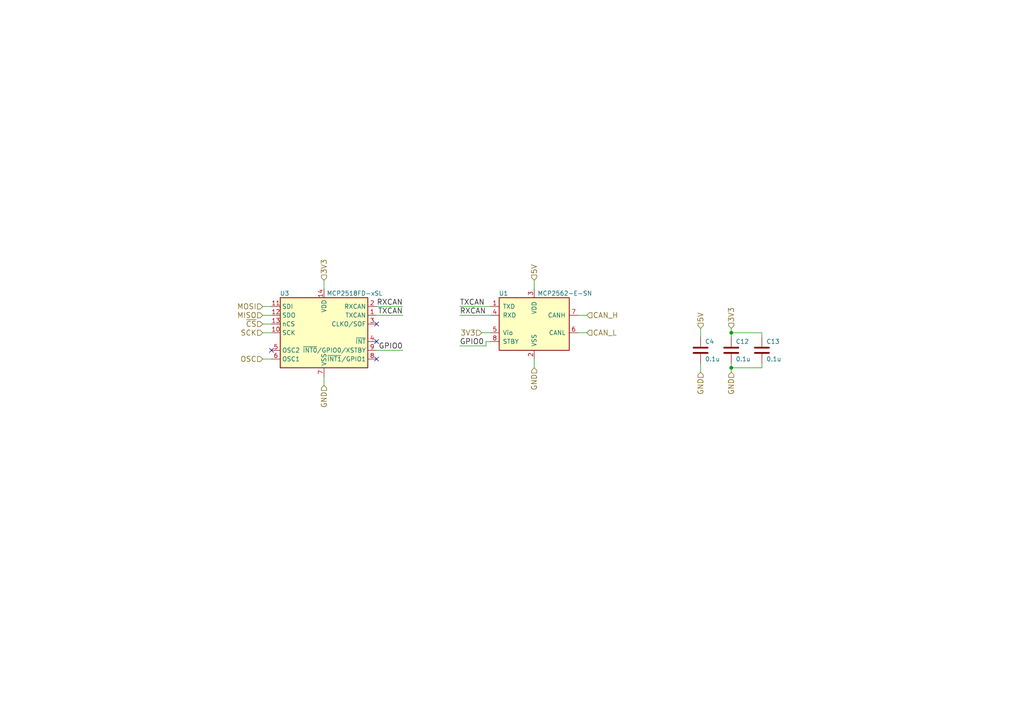
<source format=kicad_sch>
(kicad_sch (version 20210126) (generator eeschema)
  (paper "A4")
  (lib_symbols
    (symbol "Device:C" (pin_numbers hide) (pin_names (offset 0.254))
      (property "Reference" "C" (at 0.635 2.54 0))
      (property "Value" "C" (at 0.635 -2.54 0))
      (symbol "C_0_1"
        (polyline (pts (xy -2.032 -0.762) (xy 2.032 -0.762)) (stroke (width 0.508)))
        (polyline (pts (xy -2.032 0.762) (xy 2.032 0.762)) (stroke (width 0.508)))
      )
      (symbol "C_1_1"
        (pin passive line (at 0 3.81 270) (length 2.794) (name "~") (number "1"))
        (pin passive line (at 0 -3.81 90) (length 2.794) (name "~") (number "2"))
      )
    )
    (symbol "Interface_CAN_LIN:MCP2517FD-xSL"
      (property "Reference" "U" (at -12.7 12.7 0))
      (property "Value" "MCP2517FD-xSL" (at 2.54 12.7 0))
      (symbol "MCP2517FD-xSL_0_1"
        (rectangle (start -12.7 10.16) (end 12.7 -10.16) (stroke (width 0.254)) (fill (type background)))
      )
      (symbol "MCP2517FD-xSL_1_1"
        (pin output line (at 15.24 5.08 180) (length 2.54) (name "TXCAN") (number "1"))
        (pin input line (at -15.24 0 0) (length 2.54) (name "SCK") (number "10"))
        (pin input line (at -15.24 7.62 0) (length 2.54) (name "SDI") (number "11"))
        (pin output line (at -15.24 5.08 0) (length 2.54) (name "SDO") (number "12"))
        (pin input line (at -15.24 2.54 0) (length 2.54) (name "nCS") (number "13"))
        (pin power_in line (at 0 12.7 270) (length 2.54) (name "VDD") (number "14"))
        (pin input line (at 15.24 7.62 180) (length 2.54) (name "RXCAN") (number "2"))
        (pin output line (at 15.24 2.54 180) (length 2.54) (name "CLKO/SOF") (number "3"))
        (pin output line (at 15.24 -2.54 180) (length 2.54) (name "~INT") (number "4"))
        (pin output line (at -15.24 -5.08 0) (length 2.54) (name "OSC2") (number "5"))
        (pin input line (at -15.24 -7.62 0) (length 2.54) (name "OSC1") (number "6"))
        (pin power_in line (at 0 -12.7 90) (length 2.54) (name "VSS") (number "7"))
        (pin bidirectional line (at 15.24 -7.62 180) (length 2.54) (name "~INT1~/GPIO1") (number "8"))
        (pin bidirectional line (at 15.24 -5.08 180) (length 2.54) (name "~INT0~/GPIO0/XSTBY") (number "9"))
      )
    )
    (symbol "Interface_CAN_LIN:MCP2562-E-SN" (pin_names (offset 1.016))
      (property "Reference" "U" (at -10.16 8.89 0))
      (property "Value" "MCP2562-E-SN" (at 2.54 8.89 0))
      (symbol "MCP2562-E-SN_0_1"
        (rectangle (start -10.16 7.62) (end 10.16 -7.62) (stroke (width 0.254)) (fill (type background)))
      )
      (symbol "MCP2562-E-SN_1_1"
        (pin input line (at -12.7 5.08 0) (length 2.54) (name "TXD") (number "1"))
        (pin power_in line (at 0 -10.16 90) (length 2.54) (name "VSS") (number "2"))
        (pin power_in line (at 0 10.16 270) (length 2.54) (name "VDD") (number "3"))
        (pin output line (at -12.7 2.54 0) (length 2.54) (name "RXD") (number "4"))
        (pin power_in line (at -12.7 -2.54 0) (length 2.54) (name "Vio") (number "5"))
        (pin bidirectional line (at 12.7 -2.54 180) (length 2.54) (name "CANL") (number "6"))
        (pin bidirectional line (at 12.7 2.54 180) (length 2.54) (name "CANH") (number "7"))
        (pin input line (at -12.7 -5.08 0) (length 2.54) (name "STBY") (number "8"))
      )
    )
  )
  (junction (at 212.09 96.52) (diameter 0.9144))
  (junction (at 212.09 106.68) (diameter 0.9144))
  (no_connect (at 78.74 101.6))
  (no_connect (at 109.22 93.98))
  (no_connect (at 109.22 99.06))
  (no_connect (at 109.22 104.14))
  (wire (pts (xy 76.2 88.9) (xy 78.74 88.9)))
  (wire (pts (xy 76.2 91.44) (xy 78.74 91.44)))
  (wire (pts (xy 76.2 93.98) (xy 78.74 93.98)))
  (wire (pts (xy 76.2 96.52) (xy 78.74 96.52)))
  (wire (pts (xy 78.74 104.14) (xy 76.2 104.14)))
  (wire (pts (xy 93.98 81.28) (xy 93.98 83.82)))
  (wire (pts (xy 93.98 109.22) (xy 93.98 111.76)))
  (wire (pts (xy 109.22 88.9) (xy 116.84 88.9)))
  (wire (pts (xy 109.22 91.44) (xy 116.84 91.44)))
  (wire (pts (xy 109.22 101.6) (xy 116.84 101.6)))
  (wire (pts (xy 133.35 88.9) (xy 142.24 88.9)))
  (wire (pts (xy 133.35 91.44) (xy 142.24 91.44)))
  (wire (pts (xy 133.35 100.33) (xy 140.97 100.33)))
  (wire (pts (xy 139.7 96.52) (xy 142.24 96.52)))
  (wire (pts (xy 140.97 99.06) (xy 142.24 99.06)))
  (wire (pts (xy 140.97 100.33) (xy 140.97 99.06)))
  (wire (pts (xy 154.94 81.28) (xy 154.94 83.82)))
  (wire (pts (xy 154.94 104.14) (xy 154.94 106.68)))
  (wire (pts (xy 167.64 91.44) (xy 170.18 91.44)))
  (wire (pts (xy 167.64 96.52) (xy 170.18 96.52)))
  (wire (pts (xy 203.2 95.25) (xy 203.2 97.79)))
  (wire (pts (xy 203.2 105.41) (xy 203.2 107.95)))
  (wire (pts (xy 212.09 95.25) (xy 212.09 96.52)))
  (wire (pts (xy 212.09 96.52) (xy 212.09 97.79)))
  (wire (pts (xy 212.09 105.41) (xy 212.09 106.68)))
  (wire (pts (xy 212.09 106.68) (xy 212.09 107.95)))
  (wire (pts (xy 212.09 106.68) (xy 220.98 106.68)))
  (wire (pts (xy 220.98 96.52) (xy 212.09 96.52)))
  (wire (pts (xy 220.98 97.79) (xy 220.98 96.52)))
  (wire (pts (xy 220.98 105.41) (xy 220.98 106.68)))
  (label "RXCAN" (at 116.84 88.9 180) (effects (font (size 1.524 1.524))))
  (label "TXCAN" (at 116.84 91.44 180) (effects (font (size 1.524 1.524))))
  (label "GPIO0" (at 116.84 101.6 180) (effects (font (size 1.524 1.524))))
  (label "TXCAN" (at 133.35 88.9 0) (effects (font (size 1.524 1.524))))
  (label "RXCAN" (at 133.35 91.44 0) (effects (font (size 1.524 1.524))))
  (label "GPIO0" (at 133.35 100.33 0) (effects (font (size 1.524 1.524))))
  (hierarchical_label "MOSI" (shape input) (at 76.2 88.9 180) (effects (font (size 1.524 1.524))))
  (hierarchical_label "MISO" (shape input) (at 76.2 91.44 180) (effects (font (size 1.524 1.524))))
  (hierarchical_label "~CS" (shape input) (at 76.2 93.98 180) (effects (font (size 1.524 1.524))))
  (hierarchical_label "SCK" (shape input) (at 76.2 96.52 180) (effects (font (size 1.524 1.524))))
  (hierarchical_label "OSC" (shape input) (at 76.2 104.14 180) (effects (font (size 1.524 1.524))))
  (hierarchical_label "3V3" (shape input) (at 93.98 81.28 90) (effects (font (size 1.524 1.524))))
  (hierarchical_label "GND" (shape input) (at 93.98 111.76 270) (effects (font (size 1.524 1.524))))
  (hierarchical_label "3V3" (shape input) (at 139.7 96.52 180) (effects (font (size 1.524 1.524))))
  (hierarchical_label "5V" (shape input) (at 154.94 81.28 90) (effects (font (size 1.524 1.524))))
  (hierarchical_label "GND" (shape input) (at 154.94 106.68 270) (effects (font (size 1.524 1.524))))
  (hierarchical_label "CAN_H" (shape input) (at 170.18 91.44 0) (effects (font (size 1.524 1.524))))
  (hierarchical_label "CAN_L" (shape input) (at 170.18 96.52 0) (effects (font (size 1.524 1.524))))
  (hierarchical_label "5V" (shape input) (at 203.2 95.25 90) (effects (font (size 1.524 1.524))))
  (hierarchical_label "GND" (shape input) (at 203.2 107.95 270) (effects (font (size 1.524 1.524))))
  (hierarchical_label "3V3" (shape input) (at 212.09 95.25 90) (effects (font (size 1.524 1.524))))
  (hierarchical_label "GND" (shape input) (at 212.09 107.95 270) (effects (font (size 1.524 1.524))))
  (symbol (lib_id "Device:C") (at 203.2 101.6 0) (unit 1)
    (property "Reference" "C4" (at 204.47 99.06 0) (effects (justify left)))
    (property "Value" "0.1u" (at 204.47 104.14 0) (effects (justify left)))
    (property "Footprint" "Capacitor_SMD:C_0603_1608Metric" (effects hide))
  )
  (symbol (lib_id "Device:C") (at 212.09 101.6 0) (unit 1)
    (property "Reference" "C12" (at 213.36 99.06 0) (effects (justify left)))
    (property "Value" "0.1u" (at 213.36 104.14 0) (effects (justify left)))
    (property "Footprint" "Capacitor_SMD:C_0603_1608Metric" (effects hide))
  )
  (symbol (lib_id "Device:C") (at 220.98 101.6 0) (unit 1)
    (property "Reference" "C13" (at 222.25 99.06 0) (effects (justify left)))
    (property "Value" "0.1u" (at 222.25 104.14 0) (effects (justify left)))
    (property "Footprint" "Capacitor_SMD:C_0603_1608Metric" (effects hide))
  )
  (symbol (lib_id "Interface_CAN_LIN:MCP2562-E-SN") (at 154.94 93.98 0) (unit 1)
    (property "Reference" "U1" (at 146.05 85.09 0))
    (property "Value" "MCP2562-E-SN" (at 163.83 85.09 0))
    (property "Footprint" "Package_SO:SOIC-8_3.9x4.9mm_P1.27mm" (effects hide))
    (property "Datasheet" "http://ww1.microchip.com/downloads/en/DeviceDoc/25167A.pdf" (effects hide))
  )
  (symbol (lib_id "Interface_CAN_LIN:MCP2517FD-xSL") (at 93.98 96.52 0) (unit 1)
    (property "Reference" "U3" (at 82.55 85.09 0))
    (property "Value" "MCP2518FD-xSL" (at 102.87 85.09 0))
    (property "Footprint" "Package_SO:SOIC-14_3.9x8.7mm_P1.27mm" (effects hide))
    (property "Datasheet" "https://ww1.microchip.com/downloads/en/DeviceDoc/20005688A.pdf" (effects hide))
  )
)
</source>
